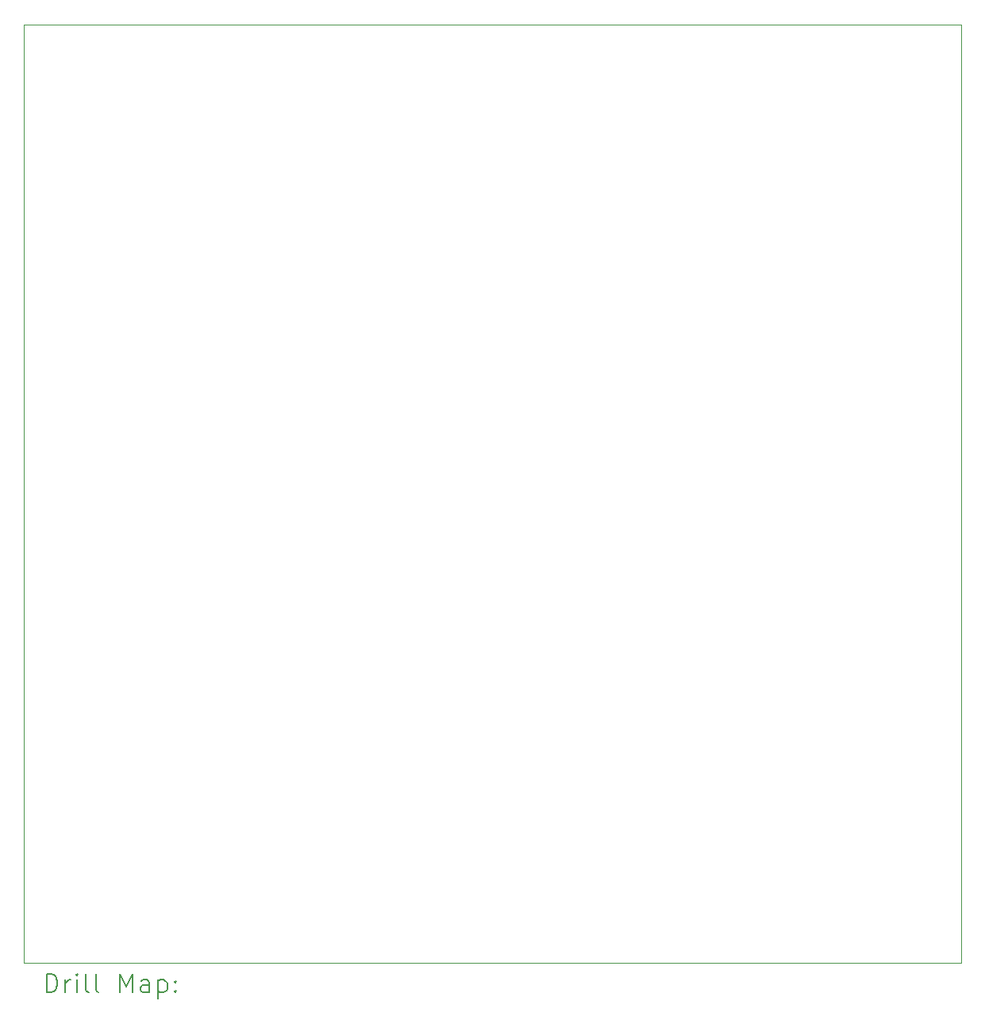
<source format=gbr>
%TF.GenerationSoftware,KiCad,Pcbnew,7.0.1*%
%TF.CreationDate,2023-08-23T10:04:30+02:00*%
%TF.ProjectId,K_IO_brd,4b5f494f-5f62-4726-942e-6b696361645f,rev?*%
%TF.SameCoordinates,Original*%
%TF.FileFunction,Drillmap*%
%TF.FilePolarity,Positive*%
%FSLAX45Y45*%
G04 Gerber Fmt 4.5, Leading zero omitted, Abs format (unit mm)*
G04 Created by KiCad (PCBNEW 7.0.1) date 2023-08-23 10:04:30*
%MOMM*%
%LPD*%
G01*
G04 APERTURE LIST*
%ADD10C,0.100000*%
%ADD11C,0.200000*%
G04 APERTURE END LIST*
D10*
X11000000Y-6000000D02*
X21000000Y-6000000D01*
X21000000Y-16000000D01*
X11000000Y-16000000D01*
X11000000Y-6000000D01*
D11*
X11242619Y-16317524D02*
X11242619Y-16117524D01*
X11242619Y-16117524D02*
X11290238Y-16117524D01*
X11290238Y-16117524D02*
X11318809Y-16127048D01*
X11318809Y-16127048D02*
X11337857Y-16146095D01*
X11337857Y-16146095D02*
X11347381Y-16165143D01*
X11347381Y-16165143D02*
X11356905Y-16203238D01*
X11356905Y-16203238D02*
X11356905Y-16231809D01*
X11356905Y-16231809D02*
X11347381Y-16269905D01*
X11347381Y-16269905D02*
X11337857Y-16288952D01*
X11337857Y-16288952D02*
X11318809Y-16308000D01*
X11318809Y-16308000D02*
X11290238Y-16317524D01*
X11290238Y-16317524D02*
X11242619Y-16317524D01*
X11442619Y-16317524D02*
X11442619Y-16184190D01*
X11442619Y-16222286D02*
X11452143Y-16203238D01*
X11452143Y-16203238D02*
X11461667Y-16193714D01*
X11461667Y-16193714D02*
X11480714Y-16184190D01*
X11480714Y-16184190D02*
X11499762Y-16184190D01*
X11566428Y-16317524D02*
X11566428Y-16184190D01*
X11566428Y-16117524D02*
X11556905Y-16127048D01*
X11556905Y-16127048D02*
X11566428Y-16136571D01*
X11566428Y-16136571D02*
X11575952Y-16127048D01*
X11575952Y-16127048D02*
X11566428Y-16117524D01*
X11566428Y-16117524D02*
X11566428Y-16136571D01*
X11690238Y-16317524D02*
X11671190Y-16308000D01*
X11671190Y-16308000D02*
X11661667Y-16288952D01*
X11661667Y-16288952D02*
X11661667Y-16117524D01*
X11795000Y-16317524D02*
X11775952Y-16308000D01*
X11775952Y-16308000D02*
X11766428Y-16288952D01*
X11766428Y-16288952D02*
X11766428Y-16117524D01*
X12023571Y-16317524D02*
X12023571Y-16117524D01*
X12023571Y-16117524D02*
X12090238Y-16260381D01*
X12090238Y-16260381D02*
X12156905Y-16117524D01*
X12156905Y-16117524D02*
X12156905Y-16317524D01*
X12337857Y-16317524D02*
X12337857Y-16212762D01*
X12337857Y-16212762D02*
X12328333Y-16193714D01*
X12328333Y-16193714D02*
X12309286Y-16184190D01*
X12309286Y-16184190D02*
X12271190Y-16184190D01*
X12271190Y-16184190D02*
X12252143Y-16193714D01*
X12337857Y-16308000D02*
X12318809Y-16317524D01*
X12318809Y-16317524D02*
X12271190Y-16317524D01*
X12271190Y-16317524D02*
X12252143Y-16308000D01*
X12252143Y-16308000D02*
X12242619Y-16288952D01*
X12242619Y-16288952D02*
X12242619Y-16269905D01*
X12242619Y-16269905D02*
X12252143Y-16250857D01*
X12252143Y-16250857D02*
X12271190Y-16241333D01*
X12271190Y-16241333D02*
X12318809Y-16241333D01*
X12318809Y-16241333D02*
X12337857Y-16231809D01*
X12433095Y-16184190D02*
X12433095Y-16384190D01*
X12433095Y-16193714D02*
X12452143Y-16184190D01*
X12452143Y-16184190D02*
X12490238Y-16184190D01*
X12490238Y-16184190D02*
X12509286Y-16193714D01*
X12509286Y-16193714D02*
X12518809Y-16203238D01*
X12518809Y-16203238D02*
X12528333Y-16222286D01*
X12528333Y-16222286D02*
X12528333Y-16279428D01*
X12528333Y-16279428D02*
X12518809Y-16298476D01*
X12518809Y-16298476D02*
X12509286Y-16308000D01*
X12509286Y-16308000D02*
X12490238Y-16317524D01*
X12490238Y-16317524D02*
X12452143Y-16317524D01*
X12452143Y-16317524D02*
X12433095Y-16308000D01*
X12614048Y-16298476D02*
X12623571Y-16308000D01*
X12623571Y-16308000D02*
X12614048Y-16317524D01*
X12614048Y-16317524D02*
X12604524Y-16308000D01*
X12604524Y-16308000D02*
X12614048Y-16298476D01*
X12614048Y-16298476D02*
X12614048Y-16317524D01*
X12614048Y-16193714D02*
X12623571Y-16203238D01*
X12623571Y-16203238D02*
X12614048Y-16212762D01*
X12614048Y-16212762D02*
X12604524Y-16203238D01*
X12604524Y-16203238D02*
X12614048Y-16193714D01*
X12614048Y-16193714D02*
X12614048Y-16212762D01*
M02*

</source>
